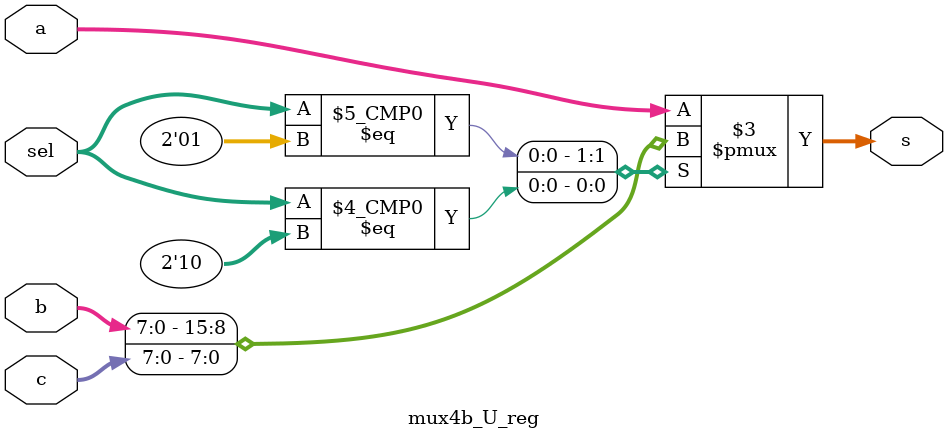
<source format=v>
module mux4b_U_reg  (a, b, c, s, sel);

  input [7:0] a, b, c;
  input [1:0] sel;
  
  output reg[7:0] s;
  
  always @ (a, b, c,sel)
    case (sel)
      1: s <= b; 
      2: s <= c; 
      //3: s <= d; 
      default s <= a;
   endcase
endmodule

</source>
